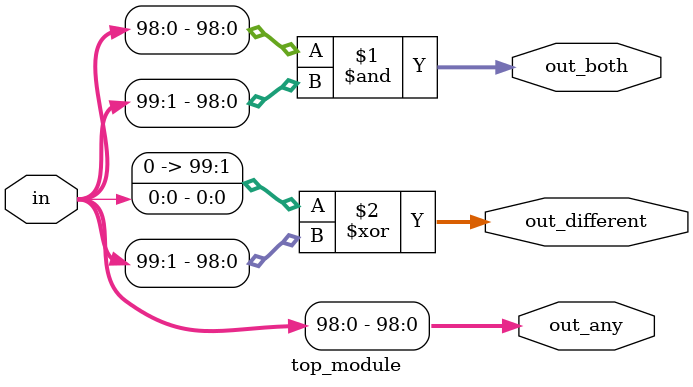
<source format=sv>
module top_module (
	input [99:0] in,
	output [98:0] out_both,
	output [99:1] out_any,
	output [99:0] out_different
);

	assign out_both = in[98:0] & in[99:1];
	assign out_any = in;
	assign out_different = {in[0]} ^ in[99:1];

endmodule

</source>
